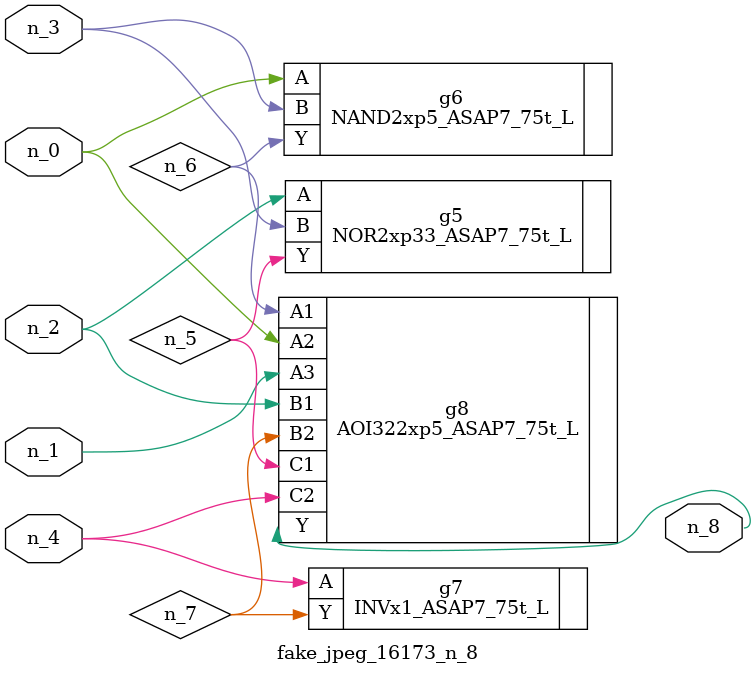
<source format=v>
module fake_jpeg_16173_n_8 (n_3, n_2, n_1, n_0, n_4, n_8);

input n_3;
input n_2;
input n_1;
input n_0;
input n_4;

output n_8;

wire n_6;
wire n_5;
wire n_7;

NOR2xp33_ASAP7_75t_L g5 ( 
.A(n_2),
.B(n_3),
.Y(n_5)
);

NAND2xp5_ASAP7_75t_L g6 ( 
.A(n_0),
.B(n_3),
.Y(n_6)
);

INVx1_ASAP7_75t_L g7 ( 
.A(n_4),
.Y(n_7)
);

AOI322xp5_ASAP7_75t_L g8 ( 
.A1(n_6),
.A2(n_0),
.A3(n_1),
.B1(n_2),
.B2(n_7),
.C1(n_5),
.C2(n_4),
.Y(n_8)
);


endmodule
</source>
